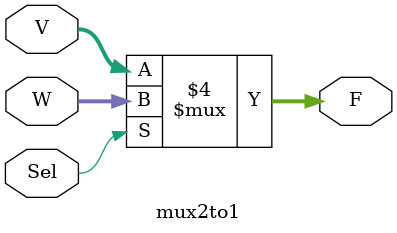
<source format=v>
module mux2to1 (V, W, Sel, F);

	parameter k = 8; 

	input [k-1:0] V, W; 
	input Sel;
	output [k-1:0] F; 
	reg [k-1:0] F;

	always @(V or W or Sel) 
		if (Sel==0) 
			F = V; 
		else 
			F = W;
endmodule
</source>
